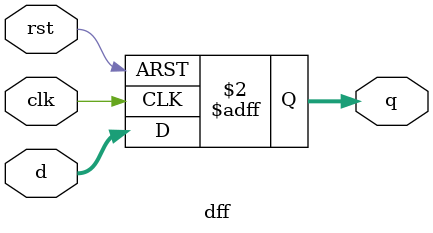
<source format=v>
/*
 * @Author: [Zhuohao Lee]
 * @Date: 2022-04-18 17:45:57
 * @LastEditors: [Zhuohao Lee]
 * @LastEditTime: 2022-04-23 14:03:03
 * @FilePath: /undefined/Users/edith_lzh/Desktop/大三下/VLSI/github/lab/lab1/A1_new/dff.v
 * @Description: edith_lzh@sjtu.edu.cn
 * yes
 * Copyright (c) 2022 by Zhuohao Lee, All Rights Reserved.
 */

`timescale 1ns / 1ps
module dff(input clk,
           input rst,
           input [16:0] d,
           output reg [16:0] q);
    
    
    always @(posedge clk or posedge rst)
        if (rst)
            q <= 0;
        else
            q <= d;
    
endmodule

</source>
